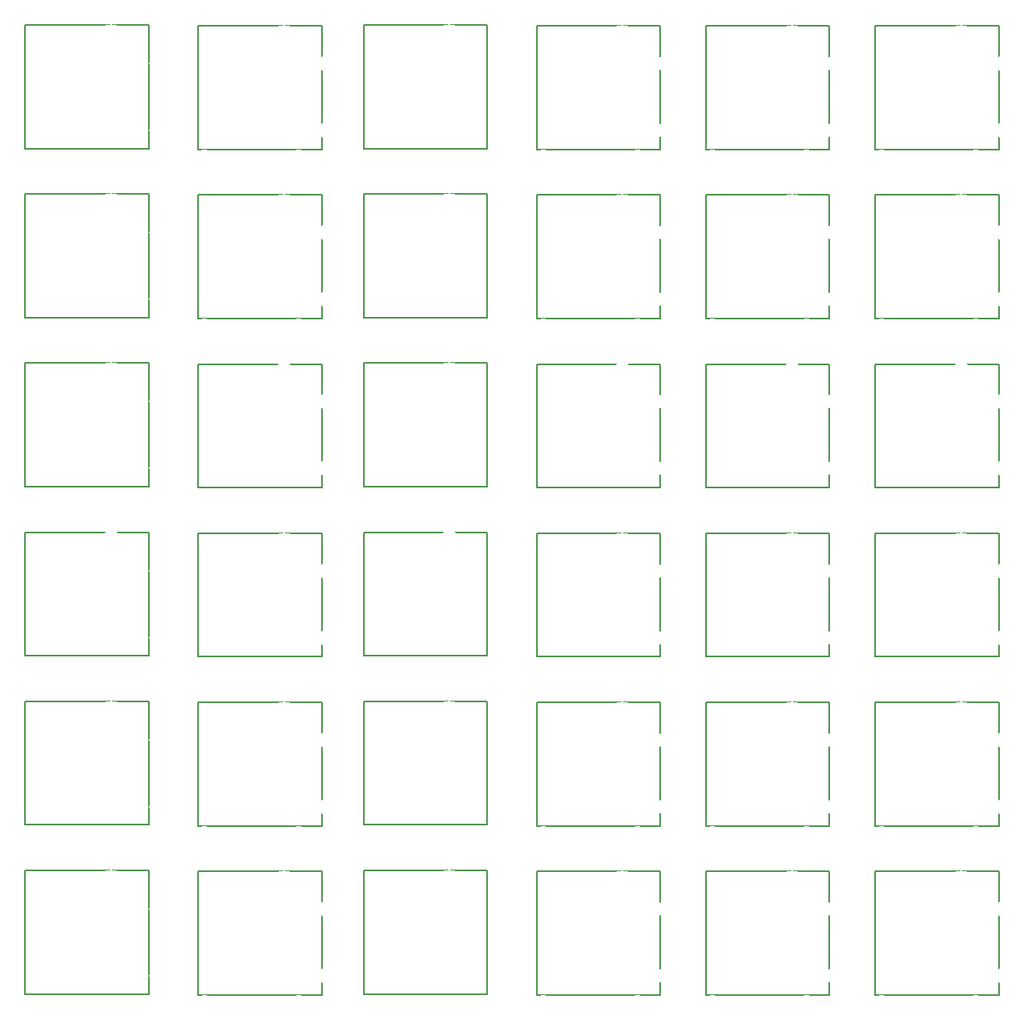
<source format=gto>
G04 #@! TF.GenerationSoftware,KiCad,Pcbnew,(5.1.4)-1*
G04 #@! TF.CreationDate,2020-01-11T16:44:35+01:00*
G04 #@! TF.ProjectId,plate,706c6174-652e-46b6-9963-61645f706362,1*
G04 #@! TF.SameCoordinates,Original*
G04 #@! TF.FileFunction,Legend,Top*
G04 #@! TF.FilePolarity,Positive*
%FSLAX46Y46*%
G04 Gerber Fmt 4.6, Leading zero omitted, Abs format (unit mm)*
G04 Created by KiCad (PCBNEW (5.1.4)-1) date 2020-01-11 16:44:35*
%MOMM*%
%LPD*%
G04 APERTURE LIST*
%ADD10C,0.150000*%
%ADD11C,1.800000*%
%ADD12R,1.600000X1.600000*%
%ADD13C,2.000000*%
%ADD14C,3.000000*%
%ADD15C,4.000000*%
G04 APERTURE END LIST*
D10*
X185315000Y-162155000D02*
X198315000Y-162155000D01*
X198315000Y-162155000D02*
X198315000Y-175155000D01*
X198315000Y-175155000D02*
X185315000Y-175155000D01*
X185315000Y-175155000D02*
X185315000Y-162155000D01*
X167515000Y-162155000D02*
X180515000Y-162155000D01*
X180515000Y-162155000D02*
X180515000Y-175155000D01*
X180515000Y-175155000D02*
X167515000Y-175155000D01*
X167515000Y-175155000D02*
X167515000Y-162155000D01*
X114115000Y-162155000D02*
X127115000Y-162155000D01*
X127115000Y-162155000D02*
X127115000Y-175155000D01*
X127115000Y-175155000D02*
X114115000Y-175155000D01*
X114115000Y-175155000D02*
X114115000Y-162155000D01*
X131515000Y-162055000D02*
X144515000Y-162055000D01*
X144515000Y-162055000D02*
X144515000Y-175055000D01*
X144515000Y-175055000D02*
X131515000Y-175055000D01*
X131515000Y-175055000D02*
X131515000Y-162055000D01*
X149715000Y-175155000D02*
X149715000Y-162155000D01*
X162715000Y-175155000D02*
X149715000Y-175155000D01*
X162715000Y-162155000D02*
X162715000Y-175155000D01*
X149715000Y-162155000D02*
X162715000Y-162155000D01*
X95915000Y-175055000D02*
X95915000Y-162055000D01*
X108915000Y-175055000D02*
X95915000Y-175055000D01*
X108915000Y-162055000D02*
X108915000Y-175055000D01*
X95915000Y-162055000D02*
X108915000Y-162055000D01*
X185315000Y-144355000D02*
X198315000Y-144355000D01*
X198315000Y-144355000D02*
X198315000Y-157355000D01*
X198315000Y-157355000D02*
X185315000Y-157355000D01*
X185315000Y-157355000D02*
X185315000Y-144355000D01*
X167515000Y-144355000D02*
X180515000Y-144355000D01*
X180515000Y-144355000D02*
X180515000Y-157355000D01*
X180515000Y-157355000D02*
X167515000Y-157355000D01*
X167515000Y-157355000D02*
X167515000Y-144355000D01*
X114115000Y-144355000D02*
X127115000Y-144355000D01*
X127115000Y-144355000D02*
X127115000Y-157355000D01*
X127115000Y-157355000D02*
X114115000Y-157355000D01*
X114115000Y-157355000D02*
X114115000Y-144355000D01*
X131515000Y-144255000D02*
X144515000Y-144255000D01*
X144515000Y-144255000D02*
X144515000Y-157255000D01*
X144515000Y-157255000D02*
X131515000Y-157255000D01*
X131515000Y-157255000D02*
X131515000Y-144255000D01*
X149715000Y-157355000D02*
X149715000Y-144355000D01*
X162715000Y-157355000D02*
X149715000Y-157355000D01*
X162715000Y-144355000D02*
X162715000Y-157355000D01*
X149715000Y-144355000D02*
X162715000Y-144355000D01*
X95915000Y-157255000D02*
X95915000Y-144255000D01*
X108915000Y-157255000D02*
X95915000Y-157255000D01*
X108915000Y-144255000D02*
X108915000Y-157255000D01*
X95915000Y-144255000D02*
X108915000Y-144255000D01*
X185315000Y-126555000D02*
X198315000Y-126555000D01*
X198315000Y-126555000D02*
X198315000Y-139555000D01*
X198315000Y-139555000D02*
X185315000Y-139555000D01*
X185315000Y-139555000D02*
X185315000Y-126555000D01*
X167515000Y-126555000D02*
X180515000Y-126555000D01*
X180515000Y-126555000D02*
X180515000Y-139555000D01*
X180515000Y-139555000D02*
X167515000Y-139555000D01*
X167515000Y-139555000D02*
X167515000Y-126555000D01*
X114115000Y-126555000D02*
X127115000Y-126555000D01*
X127115000Y-126555000D02*
X127115000Y-139555000D01*
X127115000Y-139555000D02*
X114115000Y-139555000D01*
X114115000Y-139555000D02*
X114115000Y-126555000D01*
X131515000Y-126455000D02*
X144515000Y-126455000D01*
X144515000Y-126455000D02*
X144515000Y-139455000D01*
X144515000Y-139455000D02*
X131515000Y-139455000D01*
X131515000Y-139455000D02*
X131515000Y-126455000D01*
X149715000Y-139555000D02*
X149715000Y-126555000D01*
X162715000Y-139555000D02*
X149715000Y-139555000D01*
X162715000Y-126555000D02*
X162715000Y-139555000D01*
X149715000Y-126555000D02*
X162715000Y-126555000D01*
X95915000Y-139455000D02*
X95915000Y-126455000D01*
X108915000Y-139455000D02*
X95915000Y-139455000D01*
X108915000Y-126455000D02*
X108915000Y-139455000D01*
X95915000Y-126455000D02*
X108915000Y-126455000D01*
X185315000Y-108755000D02*
X198315000Y-108755000D01*
X198315000Y-108755000D02*
X198315000Y-121755000D01*
X198315000Y-121755000D02*
X185315000Y-121755000D01*
X185315000Y-121755000D02*
X185315000Y-108755000D01*
X167515000Y-108755000D02*
X180515000Y-108755000D01*
X180515000Y-108755000D02*
X180515000Y-121755000D01*
X180515000Y-121755000D02*
X167515000Y-121755000D01*
X167515000Y-121755000D02*
X167515000Y-108755000D01*
X114115000Y-108755000D02*
X127115000Y-108755000D01*
X127115000Y-108755000D02*
X127115000Y-121755000D01*
X127115000Y-121755000D02*
X114115000Y-121755000D01*
X114115000Y-121755000D02*
X114115000Y-108755000D01*
X131515000Y-108655000D02*
X144515000Y-108655000D01*
X144515000Y-108655000D02*
X144515000Y-121655000D01*
X144515000Y-121655000D02*
X131515000Y-121655000D01*
X131515000Y-121655000D02*
X131515000Y-108655000D01*
X149715000Y-121755000D02*
X149715000Y-108755000D01*
X162715000Y-121755000D02*
X149715000Y-121755000D01*
X162715000Y-108755000D02*
X162715000Y-121755000D01*
X149715000Y-108755000D02*
X162715000Y-108755000D01*
X95915000Y-121655000D02*
X95915000Y-108655000D01*
X108915000Y-121655000D02*
X95915000Y-121655000D01*
X108915000Y-108655000D02*
X108915000Y-121655000D01*
X95915000Y-108655000D02*
X108915000Y-108655000D01*
X185315000Y-103955000D02*
X185315000Y-90955000D01*
X198315000Y-103955000D02*
X185315000Y-103955000D01*
X198315000Y-90955000D02*
X198315000Y-103955000D01*
X185315000Y-90955000D02*
X198315000Y-90955000D01*
X167515000Y-103955000D02*
X167515000Y-90955000D01*
X180515000Y-103955000D02*
X167515000Y-103955000D01*
X180515000Y-90955000D02*
X180515000Y-103955000D01*
X167515000Y-90955000D02*
X180515000Y-90955000D01*
X114115000Y-103955000D02*
X114115000Y-90955000D01*
X127115000Y-103955000D02*
X114115000Y-103955000D01*
X127115000Y-90955000D02*
X127115000Y-103955000D01*
X114115000Y-90955000D02*
X127115000Y-90955000D01*
X149715000Y-90955000D02*
X162715000Y-90955000D01*
X162715000Y-90955000D02*
X162715000Y-103955000D01*
X162715000Y-103955000D02*
X149715000Y-103955000D01*
X149715000Y-103955000D02*
X149715000Y-90955000D01*
X131515000Y-103855000D02*
X131515000Y-90855000D01*
X144515000Y-103855000D02*
X131515000Y-103855000D01*
X144515000Y-90855000D02*
X144515000Y-103855000D01*
X131515000Y-90855000D02*
X144515000Y-90855000D01*
X95915000Y-90855000D02*
X108915000Y-90855000D01*
X108915000Y-90855000D02*
X108915000Y-103855000D01*
X108915000Y-103855000D02*
X95915000Y-103855000D01*
X95915000Y-103855000D02*
X95915000Y-90855000D01*
X185315000Y-73155000D02*
X198315000Y-73155000D01*
X198315000Y-73155000D02*
X198315000Y-86155000D01*
X198315000Y-86155000D02*
X185315000Y-86155000D01*
X185315000Y-86155000D02*
X185315000Y-73155000D01*
X167515000Y-73155000D02*
X180515000Y-73155000D01*
X180515000Y-73155000D02*
X180515000Y-86155000D01*
X180515000Y-86155000D02*
X167515000Y-86155000D01*
X167515000Y-86155000D02*
X167515000Y-73155000D01*
X149715000Y-86155000D02*
X149715000Y-73155000D01*
X162715000Y-86155000D02*
X149715000Y-86155000D01*
X162715000Y-73155000D02*
X162715000Y-86155000D01*
X149715000Y-73155000D02*
X162715000Y-73155000D01*
X131515000Y-73055000D02*
X144515000Y-73055000D01*
X144515000Y-73055000D02*
X144515000Y-86055000D01*
X144515000Y-86055000D02*
X131515000Y-86055000D01*
X131515000Y-86055000D02*
X131515000Y-73055000D01*
X114115000Y-73155000D02*
X127115000Y-73155000D01*
X127115000Y-73155000D02*
X127115000Y-86155000D01*
X127115000Y-86155000D02*
X114115000Y-86155000D01*
X114115000Y-86155000D02*
X114115000Y-73155000D01*
X95915000Y-86055000D02*
X95915000Y-73055000D01*
X108915000Y-86055000D02*
X95915000Y-86055000D01*
X108915000Y-73055000D02*
X108915000Y-86055000D01*
X95915000Y-73055000D02*
X108915000Y-73055000D01*
%LPC*%
D11*
X178090000Y-176030000D03*
D12*
X177210000Y-172330000D03*
X169590000Y-172330000D03*
D11*
X183895000Y-163575000D03*
X181090000Y-173130000D03*
D12*
X195010000Y-172330000D03*
X187390000Y-172330000D03*
D11*
X183890000Y-173330000D03*
X181090000Y-166115000D03*
D13*
X196895000Y-168655000D03*
D14*
X194355000Y-163575000D03*
D15*
X191815000Y-168655000D03*
D14*
X188005000Y-166115000D03*
D13*
X186735000Y-168655000D03*
D11*
X198890000Y-166115000D03*
X185990000Y-176030000D03*
X178090000Y-161030000D03*
X195890000Y-176030000D03*
X185990000Y-161030000D03*
X195890000Y-161030000D03*
X198890000Y-173130000D03*
X163290000Y-173130000D03*
X148290000Y-173330000D03*
X150390000Y-176030000D03*
X160290000Y-161030000D03*
X124690000Y-161030000D03*
X150390000Y-161030000D03*
X168190000Y-161030000D03*
X166095000Y-163575000D03*
D13*
X179095000Y-168655000D03*
D14*
X176555000Y-163575000D03*
D15*
X174015000Y-168655000D03*
D14*
X170205000Y-166115000D03*
D13*
X168935000Y-168655000D03*
D11*
X130495000Y-163575000D03*
X166090000Y-173330000D03*
X109890000Y-166115000D03*
X130490000Y-173330000D03*
D13*
X125695000Y-168655000D03*
D14*
X123155000Y-163575000D03*
D15*
X120615000Y-168655000D03*
D14*
X116805000Y-166115000D03*
D13*
X115535000Y-168655000D03*
D11*
X132590000Y-176030000D03*
X142490000Y-176030000D03*
X163290000Y-166115000D03*
X109890000Y-173130000D03*
X114790000Y-176030000D03*
X112695000Y-163575000D03*
D13*
X143095000Y-168555000D03*
D14*
X140555000Y-163475000D03*
D15*
X138015000Y-168555000D03*
D14*
X134205000Y-166015000D03*
D13*
X132935000Y-168555000D03*
D11*
X142490000Y-161030000D03*
X168190000Y-176030000D03*
D13*
X151135000Y-168655000D03*
D14*
X152405000Y-166115000D03*
D15*
X156215000Y-168655000D03*
D14*
X158755000Y-163575000D03*
D13*
X161295000Y-168655000D03*
D12*
X123810000Y-172330000D03*
X116190000Y-172330000D03*
D11*
X127690000Y-166115000D03*
X114790000Y-161030000D03*
X127690000Y-173130000D03*
X124690000Y-176030000D03*
D12*
X141610000Y-172330000D03*
X133990000Y-172330000D03*
D11*
X112690000Y-173330000D03*
X132590000Y-161030000D03*
D12*
X151790000Y-172330000D03*
X159410000Y-172330000D03*
D11*
X160290000Y-176030000D03*
D13*
X97335000Y-168555000D03*
D14*
X98605000Y-166015000D03*
D15*
X102415000Y-168555000D03*
D14*
X104955000Y-163475000D03*
D13*
X107495000Y-168555000D03*
D12*
X98390000Y-172330000D03*
X106010000Y-172330000D03*
D11*
X106890000Y-176030000D03*
X145490000Y-173130000D03*
X145490000Y-166115000D03*
X94895000Y-163575000D03*
X96990000Y-161030000D03*
X148295000Y-163575000D03*
X94890000Y-173330000D03*
X96990000Y-176030000D03*
X106890000Y-161030000D03*
X178090000Y-158230000D03*
D12*
X177210000Y-154530000D03*
X169590000Y-154530000D03*
D11*
X183895000Y-145775000D03*
X181090000Y-155330000D03*
D12*
X195010000Y-154530000D03*
X187390000Y-154530000D03*
D11*
X183890000Y-155530000D03*
X181090000Y-148315000D03*
D13*
X196895000Y-150855000D03*
D14*
X194355000Y-145775000D03*
D15*
X191815000Y-150855000D03*
D14*
X188005000Y-148315000D03*
D13*
X186735000Y-150855000D03*
D11*
X198890000Y-148315000D03*
X185990000Y-158230000D03*
X178090000Y-143230000D03*
X195890000Y-158230000D03*
X185990000Y-143230000D03*
X195890000Y-143230000D03*
X198890000Y-155330000D03*
X163290000Y-155330000D03*
X148290000Y-155530000D03*
X150390000Y-158230000D03*
X160290000Y-143230000D03*
X124690000Y-143230000D03*
X150390000Y-143230000D03*
X168190000Y-143230000D03*
X166095000Y-145775000D03*
D13*
X179095000Y-150855000D03*
D14*
X176555000Y-145775000D03*
D15*
X174015000Y-150855000D03*
D14*
X170205000Y-148315000D03*
D13*
X168935000Y-150855000D03*
D11*
X130495000Y-145775000D03*
X166090000Y-155530000D03*
X109890000Y-148315000D03*
X130490000Y-155530000D03*
D13*
X125695000Y-150855000D03*
D14*
X123155000Y-145775000D03*
D15*
X120615000Y-150855000D03*
D14*
X116805000Y-148315000D03*
D13*
X115535000Y-150855000D03*
D11*
X132590000Y-158230000D03*
X142490000Y-158230000D03*
X163290000Y-148315000D03*
X109890000Y-155330000D03*
X114790000Y-158230000D03*
X112695000Y-145775000D03*
D13*
X143095000Y-150755000D03*
D14*
X140555000Y-145675000D03*
D15*
X138015000Y-150755000D03*
D14*
X134205000Y-148215000D03*
D13*
X132935000Y-150755000D03*
D11*
X142490000Y-143230000D03*
X168190000Y-158230000D03*
D13*
X151135000Y-150855000D03*
D14*
X152405000Y-148315000D03*
D15*
X156215000Y-150855000D03*
D14*
X158755000Y-145775000D03*
D13*
X161295000Y-150855000D03*
D12*
X123810000Y-154530000D03*
X116190000Y-154530000D03*
D11*
X127690000Y-148315000D03*
X114790000Y-143230000D03*
X127690000Y-155330000D03*
X124690000Y-158230000D03*
D12*
X141610000Y-154530000D03*
X133990000Y-154530000D03*
D11*
X112690000Y-155530000D03*
X132590000Y-143230000D03*
D12*
X151790000Y-154530000D03*
X159410000Y-154530000D03*
D11*
X160290000Y-158230000D03*
D13*
X97335000Y-150755000D03*
D14*
X98605000Y-148215000D03*
D15*
X102415000Y-150755000D03*
D14*
X104955000Y-145675000D03*
D13*
X107495000Y-150755000D03*
D12*
X98390000Y-154530000D03*
X106010000Y-154530000D03*
D11*
X106890000Y-158230000D03*
X145490000Y-155330000D03*
X145490000Y-148315000D03*
X94895000Y-145775000D03*
X96990000Y-143230000D03*
X148295000Y-145775000D03*
X94890000Y-155530000D03*
X96990000Y-158230000D03*
X106890000Y-143230000D03*
X178090000Y-140430000D03*
D12*
X177210000Y-136730000D03*
X169590000Y-136730000D03*
D11*
X183895000Y-127975000D03*
X181090000Y-137530000D03*
D12*
X195010000Y-136730000D03*
X187390000Y-136730000D03*
D11*
X183890000Y-137730000D03*
X181090000Y-130515000D03*
D13*
X196895000Y-133055000D03*
D14*
X194355000Y-127975000D03*
D15*
X191815000Y-133055000D03*
D14*
X188005000Y-130515000D03*
D13*
X186735000Y-133055000D03*
D11*
X198890000Y-130515000D03*
X185990000Y-140430000D03*
X178090000Y-125430000D03*
X195890000Y-140430000D03*
X185990000Y-125430000D03*
X195890000Y-125430000D03*
X198890000Y-137530000D03*
X163290000Y-137530000D03*
X148290000Y-137730000D03*
X150390000Y-140430000D03*
X160290000Y-125430000D03*
X124690000Y-125430000D03*
X150390000Y-125430000D03*
X168190000Y-125430000D03*
X166095000Y-127975000D03*
D13*
X179095000Y-133055000D03*
D14*
X176555000Y-127975000D03*
D15*
X174015000Y-133055000D03*
D14*
X170205000Y-130515000D03*
D13*
X168935000Y-133055000D03*
D11*
X130495000Y-127975000D03*
X166090000Y-137730000D03*
X109890000Y-130515000D03*
X130490000Y-137730000D03*
D13*
X125695000Y-133055000D03*
D14*
X123155000Y-127975000D03*
D15*
X120615000Y-133055000D03*
D14*
X116805000Y-130515000D03*
D13*
X115535000Y-133055000D03*
D11*
X132590000Y-140430000D03*
X142490000Y-140430000D03*
X163290000Y-130515000D03*
X109890000Y-137530000D03*
X114790000Y-140430000D03*
X112695000Y-127975000D03*
D13*
X143095000Y-132955000D03*
D14*
X140555000Y-127875000D03*
D15*
X138015000Y-132955000D03*
D14*
X134205000Y-130415000D03*
D13*
X132935000Y-132955000D03*
D11*
X142490000Y-125430000D03*
X168190000Y-140430000D03*
D13*
X151135000Y-133055000D03*
D14*
X152405000Y-130515000D03*
D15*
X156215000Y-133055000D03*
D14*
X158755000Y-127975000D03*
D13*
X161295000Y-133055000D03*
D12*
X123810000Y-136730000D03*
X116190000Y-136730000D03*
D11*
X127690000Y-130515000D03*
X114790000Y-125430000D03*
X127690000Y-137530000D03*
X124690000Y-140430000D03*
D12*
X141610000Y-136730000D03*
X133990000Y-136730000D03*
D11*
X112690000Y-137730000D03*
X132590000Y-125430000D03*
D12*
X151790000Y-136730000D03*
X159410000Y-136730000D03*
D11*
X160290000Y-140430000D03*
D13*
X97335000Y-132955000D03*
D14*
X98605000Y-130415000D03*
D15*
X102415000Y-132955000D03*
D14*
X104955000Y-127875000D03*
D13*
X107495000Y-132955000D03*
D12*
X98390000Y-136730000D03*
X106010000Y-136730000D03*
D11*
X106890000Y-140430000D03*
X145490000Y-137530000D03*
X145490000Y-130515000D03*
X94895000Y-127975000D03*
X96990000Y-125430000D03*
X148295000Y-127975000D03*
X94890000Y-137730000D03*
X96990000Y-140430000D03*
X106890000Y-125430000D03*
X178090000Y-122630000D03*
D12*
X177210000Y-118930000D03*
X169590000Y-118930000D03*
D11*
X183895000Y-110175000D03*
X181090000Y-119730000D03*
D12*
X195010000Y-118930000D03*
X187390000Y-118930000D03*
D11*
X183890000Y-119930000D03*
X181090000Y-112715000D03*
D13*
X196895000Y-115255000D03*
D14*
X194355000Y-110175000D03*
D15*
X191815000Y-115255000D03*
D14*
X188005000Y-112715000D03*
D13*
X186735000Y-115255000D03*
D11*
X198890000Y-112715000D03*
X185990000Y-122630000D03*
X178090000Y-107630000D03*
X195890000Y-122630000D03*
X185990000Y-107630000D03*
X195890000Y-107630000D03*
X198890000Y-119730000D03*
X163290000Y-119730000D03*
X148290000Y-119930000D03*
X150390000Y-122630000D03*
X160290000Y-107630000D03*
X124690000Y-107630000D03*
X150390000Y-107630000D03*
X168190000Y-107630000D03*
X166095000Y-110175000D03*
D13*
X179095000Y-115255000D03*
D14*
X176555000Y-110175000D03*
D15*
X174015000Y-115255000D03*
D14*
X170205000Y-112715000D03*
D13*
X168935000Y-115255000D03*
D11*
X130495000Y-110175000D03*
X166090000Y-119930000D03*
X109890000Y-112715000D03*
X130490000Y-119930000D03*
D13*
X125695000Y-115255000D03*
D14*
X123155000Y-110175000D03*
D15*
X120615000Y-115255000D03*
D14*
X116805000Y-112715000D03*
D13*
X115535000Y-115255000D03*
D11*
X132590000Y-122630000D03*
X142490000Y-122630000D03*
X163290000Y-112715000D03*
X109890000Y-119730000D03*
X114790000Y-122630000D03*
X112695000Y-110175000D03*
D13*
X143095000Y-115155000D03*
D14*
X140555000Y-110075000D03*
D15*
X138015000Y-115155000D03*
D14*
X134205000Y-112615000D03*
D13*
X132935000Y-115155000D03*
D11*
X142490000Y-107630000D03*
X168190000Y-122630000D03*
D13*
X151135000Y-115255000D03*
D14*
X152405000Y-112715000D03*
D15*
X156215000Y-115255000D03*
D14*
X158755000Y-110175000D03*
D13*
X161295000Y-115255000D03*
D12*
X123810000Y-118930000D03*
X116190000Y-118930000D03*
D11*
X127690000Y-112715000D03*
X114790000Y-107630000D03*
X127690000Y-119730000D03*
X124690000Y-122630000D03*
D12*
X141610000Y-118930000D03*
X133990000Y-118930000D03*
D11*
X112690000Y-119930000D03*
X132590000Y-107630000D03*
D12*
X151790000Y-118930000D03*
X159410000Y-118930000D03*
D11*
X160290000Y-122630000D03*
D13*
X97335000Y-115155000D03*
D14*
X98605000Y-112615000D03*
D15*
X102415000Y-115155000D03*
D14*
X104955000Y-110075000D03*
D13*
X107495000Y-115155000D03*
D12*
X98390000Y-118930000D03*
X106010000Y-118930000D03*
D11*
X106890000Y-122630000D03*
X145490000Y-119730000D03*
X145490000Y-112715000D03*
X94895000Y-110175000D03*
X96990000Y-107630000D03*
X148295000Y-110175000D03*
X94890000Y-119930000D03*
X96990000Y-122630000D03*
X106890000Y-107630000D03*
X183895000Y-92375000D03*
X195890000Y-104830000D03*
X183890000Y-102130000D03*
X185990000Y-104830000D03*
X185990000Y-89830000D03*
X195890000Y-89830000D03*
D13*
X186735000Y-97455000D03*
D14*
X188005000Y-94915000D03*
D15*
X191815000Y-97455000D03*
D14*
X194355000Y-92375000D03*
D13*
X196895000Y-97455000D03*
D12*
X187390000Y-101130000D03*
X195010000Y-101130000D03*
D11*
X198890000Y-94915000D03*
X198890000Y-101930000D03*
D12*
X169590000Y-101130000D03*
X177210000Y-101130000D03*
D11*
X178090000Y-89830000D03*
X181090000Y-101930000D03*
X178090000Y-104830000D03*
X181090000Y-94915000D03*
X168190000Y-89830000D03*
X166095000Y-92375000D03*
D13*
X168935000Y-97455000D03*
D14*
X170205000Y-94915000D03*
D15*
X174015000Y-97455000D03*
D14*
X176555000Y-92375000D03*
D13*
X179095000Y-97455000D03*
D11*
X166090000Y-102130000D03*
X168190000Y-104830000D03*
D12*
X116190000Y-101130000D03*
X123810000Y-101130000D03*
D11*
X109890000Y-94915000D03*
X114790000Y-89830000D03*
X124690000Y-104830000D03*
X112695000Y-92375000D03*
X109890000Y-101930000D03*
X127690000Y-101930000D03*
X112690000Y-102130000D03*
X114790000Y-104830000D03*
D13*
X115535000Y-97455000D03*
D14*
X116805000Y-94915000D03*
D15*
X120615000Y-97455000D03*
D14*
X123155000Y-92375000D03*
D13*
X125695000Y-97455000D03*
D11*
X124690000Y-89830000D03*
X127690000Y-94915000D03*
X160290000Y-89830000D03*
X130495000Y-92375000D03*
D13*
X161295000Y-97455000D03*
D14*
X158755000Y-92375000D03*
D15*
X156215000Y-97455000D03*
D14*
X152405000Y-94915000D03*
D13*
X151135000Y-97455000D03*
D11*
X163290000Y-94915000D03*
D13*
X132935000Y-97355000D03*
D14*
X134205000Y-94815000D03*
D15*
X138015000Y-97355000D03*
D14*
X140555000Y-92275000D03*
D13*
X143095000Y-97355000D03*
D11*
X142490000Y-104830000D03*
X132590000Y-104830000D03*
X163290000Y-101930000D03*
X148290000Y-102130000D03*
X150390000Y-104830000D03*
X132590000Y-89830000D03*
X130490000Y-102130000D03*
D12*
X133990000Y-101130000D03*
X141610000Y-101130000D03*
D11*
X142490000Y-89830000D03*
X150390000Y-89830000D03*
X160290000Y-104830000D03*
X145490000Y-101930000D03*
X145490000Y-94915000D03*
D12*
X159410000Y-101130000D03*
X151790000Y-101130000D03*
D11*
X148295000Y-92375000D03*
D13*
X107495000Y-97355000D03*
D14*
X104955000Y-92275000D03*
D15*
X102415000Y-97355000D03*
D14*
X98605000Y-94815000D03*
D13*
X97335000Y-97355000D03*
D11*
X96990000Y-89830000D03*
D12*
X106010000Y-101130000D03*
X98390000Y-101130000D03*
D11*
X94890000Y-102130000D03*
X94895000Y-92375000D03*
X106890000Y-104830000D03*
X96990000Y-104830000D03*
X106890000Y-89830000D03*
X195890000Y-72030000D03*
D13*
X196895000Y-79655000D03*
D14*
X194355000Y-74575000D03*
D15*
X191815000Y-79655000D03*
D14*
X188005000Y-77115000D03*
D13*
X186735000Y-79655000D03*
D11*
X198890000Y-77115000D03*
X198890000Y-84130000D03*
X183890000Y-84330000D03*
X185990000Y-87030000D03*
X185990000Y-72030000D03*
X195890000Y-87030000D03*
D12*
X195010000Y-83330000D03*
X187390000Y-83330000D03*
D11*
X183895000Y-74575000D03*
X178090000Y-72030000D03*
D13*
X179095000Y-79655000D03*
D14*
X176555000Y-74575000D03*
D15*
X174015000Y-79655000D03*
D14*
X170205000Y-77115000D03*
D13*
X168935000Y-79655000D03*
D11*
X181090000Y-77115000D03*
X181090000Y-84130000D03*
X166090000Y-84330000D03*
X168190000Y-87030000D03*
X168190000Y-72030000D03*
X178090000Y-87030000D03*
D12*
X177210000Y-83330000D03*
X169590000Y-83330000D03*
D11*
X166095000Y-74575000D03*
D12*
X151790000Y-83330000D03*
X159410000Y-83330000D03*
D11*
X145490000Y-77115000D03*
X150390000Y-72030000D03*
X160290000Y-87030000D03*
X148295000Y-74575000D03*
X145490000Y-84130000D03*
X163290000Y-84130000D03*
X148290000Y-84330000D03*
X150390000Y-87030000D03*
D13*
X151135000Y-79655000D03*
D14*
X152405000Y-77115000D03*
D15*
X156215000Y-79655000D03*
D14*
X158755000Y-74575000D03*
D13*
X161295000Y-79655000D03*
D11*
X160290000Y-72030000D03*
X163290000Y-77115000D03*
D13*
X143095000Y-79555000D03*
D14*
X140555000Y-74475000D03*
D15*
X138015000Y-79555000D03*
D14*
X134205000Y-77015000D03*
D13*
X132935000Y-79555000D03*
D11*
X132590000Y-72030000D03*
D12*
X141610000Y-83330000D03*
X133990000Y-83330000D03*
D11*
X130490000Y-84330000D03*
X130495000Y-74575000D03*
X142490000Y-87030000D03*
X132590000Y-87030000D03*
X142490000Y-72030000D03*
X127690000Y-77115000D03*
X127690000Y-84130000D03*
D13*
X125695000Y-79655000D03*
D14*
X123155000Y-74575000D03*
D15*
X120615000Y-79655000D03*
D14*
X116805000Y-77115000D03*
D13*
X115535000Y-79655000D03*
D11*
X114790000Y-72030000D03*
D12*
X123810000Y-83330000D03*
X116190000Y-83330000D03*
D11*
X112690000Y-84330000D03*
X112695000Y-74575000D03*
X124690000Y-87030000D03*
X114790000Y-87030000D03*
X124690000Y-72030000D03*
D12*
X98390000Y-83330000D03*
X106010000Y-83330000D03*
D13*
X97335000Y-79555000D03*
D14*
X98605000Y-77015000D03*
D15*
X102415000Y-79555000D03*
D14*
X104955000Y-74475000D03*
D13*
X107495000Y-79555000D03*
D11*
X96990000Y-72030000D03*
X106890000Y-72030000D03*
X96990000Y-87030000D03*
X106890000Y-87030000D03*
X94895000Y-74575000D03*
X94890000Y-84330000D03*
X109890000Y-77115000D03*
X109890000Y-84130000D03*
M02*

</source>
